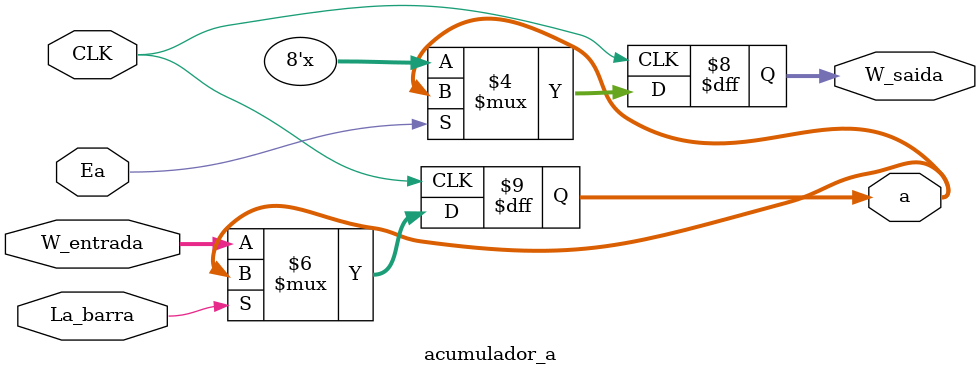
<source format=sv>
module acumulador_a(input CLK, input Ea, input La_barra, input [7:0]W_entrada, output [7:0]W_saida, output logic [7:0] a);

	
	always @(posedge CLK)
		begin
			if(!La_barra)
				a <= W_entrada;
			if(Ea)
				W_saida <= a;
			else
				W_saida <= 8'bzzzzzzzz;		
		
		
		end

endmodule	
</source>
